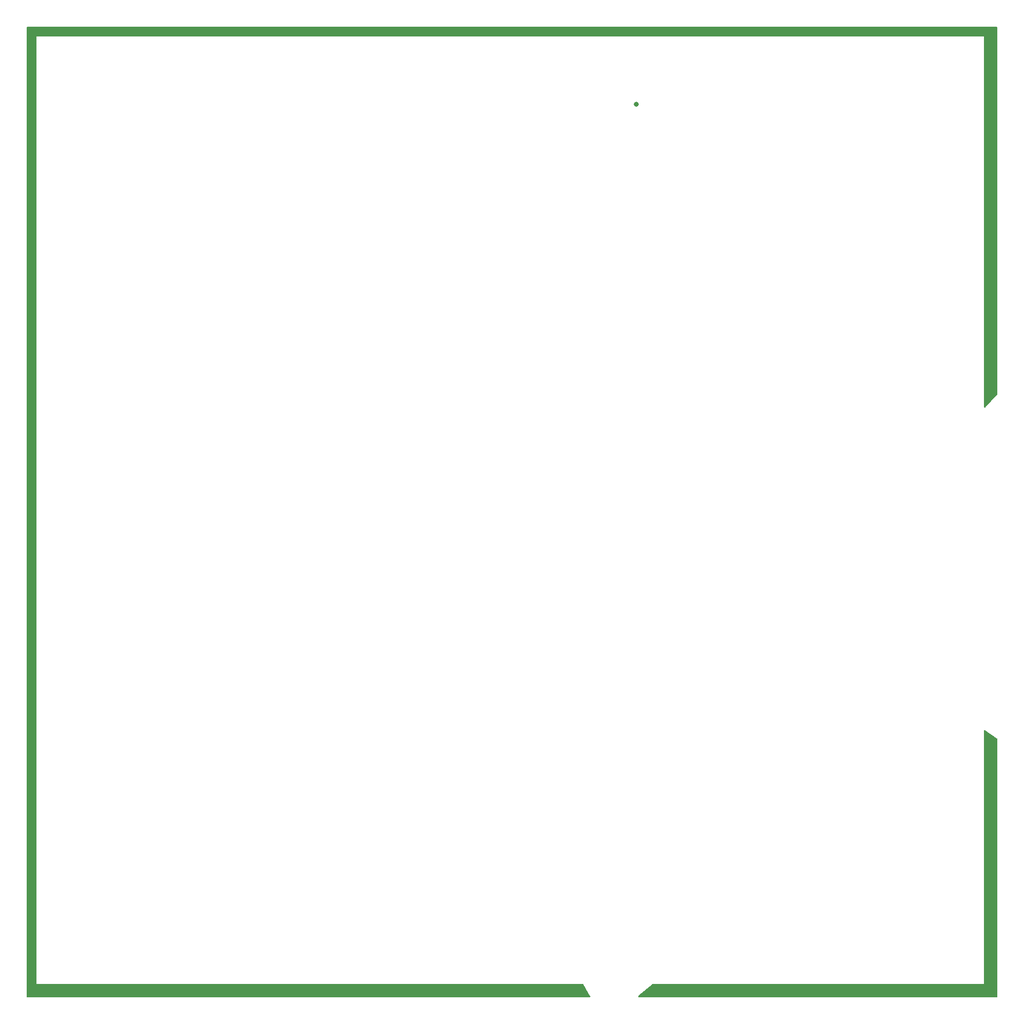
<source format=gbl>
G04 #@! TF.GenerationSoftware,KiCad,Pcbnew,7.0.10-1.fc39*
G04 #@! TF.CreationDate,2024-01-08T15:07:07-05:00*
G04 #@! TF.ProjectId,SYSMATT-WS2812-MATRIX-CARRIER-SPACER-PLATE-V2,5359534d-4154-4542-9d57-53323831322d,rev?*
G04 #@! TF.SameCoordinates,Original*
G04 #@! TF.FileFunction,Copper,L2,Bot*
G04 #@! TF.FilePolarity,Positive*
%FSLAX46Y46*%
G04 Gerber Fmt 4.6, Leading zero omitted, Abs format (unit mm)*
G04 Created by KiCad (PCBNEW 7.0.10-1.fc39) date 2024-01-08 15:07:07*
%MOMM*%
%LPD*%
G01*
G04 APERTURE LIST*
G04 #@! TA.AperFunction,ViaPad*
%ADD10C,0.800000*%
G04 #@! TD*
G04 APERTURE END LIST*
D10*
X120523000Y-32766000D03*
G04 #@! TA.AperFunction,Conductor*
G36*
X179943039Y-20019685D02*
G01*
X179988794Y-20072489D01*
X180000000Y-20124000D01*
X180000000Y-80561607D01*
X179980315Y-80628646D01*
X179966763Y-80646094D01*
X178014763Y-82743100D01*
X177954678Y-82778758D01*
X177884852Y-82776271D01*
X177827456Y-82736429D01*
X177800712Y-82671880D01*
X177800000Y-82658613D01*
X177800000Y-21590000D01*
X21590000Y-21590000D01*
X21590000Y-177800000D01*
X111687479Y-177800000D01*
X111754518Y-177819685D01*
X111795554Y-177863208D01*
X112893554Y-179815208D01*
X112909265Y-179883288D01*
X112885674Y-179949055D01*
X112830272Y-179991627D01*
X112785479Y-180000000D01*
X20124000Y-180000000D01*
X20056961Y-179980315D01*
X20011206Y-179927511D01*
X20000000Y-179876000D01*
X20000000Y-20124000D01*
X20019685Y-20056961D01*
X20072489Y-20011206D01*
X20124000Y-20000000D01*
X179876000Y-20000000D01*
X179943039Y-20019685D01*
G37*
G04 #@! TD.AperFunction*
G04 #@! TA.AperFunction,Conductor*
G36*
X177994519Y-135967890D02*
G01*
X179946521Y-137317560D01*
X179990468Y-137371878D01*
X180000000Y-137419554D01*
X180000000Y-179876000D01*
X179980315Y-179943039D01*
X179927511Y-179988794D01*
X179876000Y-180000000D01*
X120917256Y-180000000D01*
X120850217Y-179980315D01*
X120804462Y-179927511D01*
X120794518Y-179858353D01*
X120823543Y-179794797D01*
X120837383Y-179781151D01*
X123155383Y-177829151D01*
X123219342Y-177801025D01*
X123235256Y-177800000D01*
X177800000Y-177800000D01*
X177800000Y-136069885D01*
X177819685Y-136002846D01*
X177872489Y-135957091D01*
X177941647Y-135947147D01*
X177994519Y-135967890D01*
G37*
G04 #@! TD.AperFunction*
M02*

</source>
